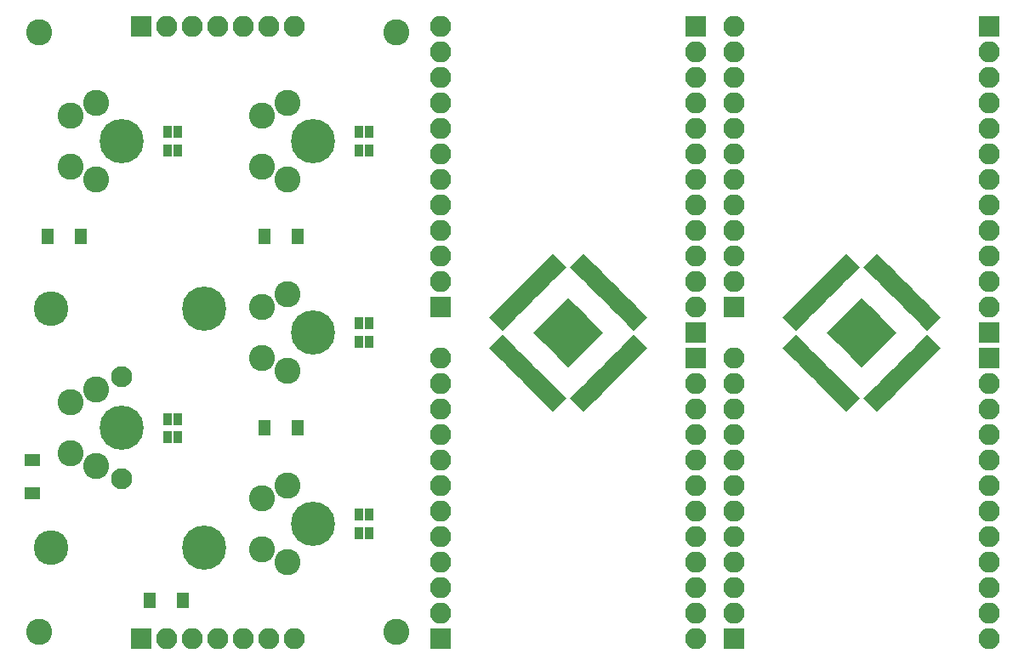
<source format=gbr>
G04 #@! TF.GenerationSoftware,KiCad,Pcbnew,(5.0.0-rc2-dev-471-ge4feb315d)*
G04 #@! TF.CreationDate,2018-05-05T14:20:45+01:00*
G04 #@! TF.ProjectId,panel,70616E656C2E6B696361645F70636200,rev?*
G04 #@! TF.SameCoordinates,Original*
G04 #@! TF.FileFunction,Soldermask,Top*
G04 #@! TF.FilePolarity,Negative*
%FSLAX46Y46*%
G04 Gerber Fmt 4.6, Leading zero omitted, Abs format (unit mm)*
G04 Created by KiCad (PCBNEW (5.0.0-rc2-dev-471-ge4feb315d)) date Sat May  5 14:20:45 2018*
%MOMM*%
%LPD*%
G01*
G04 APERTURE LIST*
%ADD10O,2.100000X2.100000*%
%ADD11R,2.100000X2.100000*%
%ADD12C,0.950000*%
%ADD13C,0.100000*%
%ADD14C,1.525000*%
%ADD15C,2.600000*%
%ADD16R,0.900000X1.250000*%
%ADD17C,3.450000*%
%ADD18C,4.400000*%
%ADD19C,2.100000*%
%ADD20R,1.600000X1.300000*%
%ADD21R,1.300000X1.600000*%
G04 APERTURE END LIST*
D10*
X171450000Y-149860000D03*
X171450000Y-147320000D03*
X171450000Y-144780000D03*
X171450000Y-142240000D03*
X171450000Y-139700000D03*
X171450000Y-137160000D03*
X171450000Y-134620000D03*
X171450000Y-132080000D03*
X171450000Y-129540000D03*
X171450000Y-127000000D03*
X171450000Y-124460000D03*
D11*
X171450000Y-121920000D03*
D10*
X146050000Y-88900000D03*
X146050000Y-91440000D03*
X146050000Y-93980000D03*
X146050000Y-96520000D03*
X146050000Y-99060000D03*
X146050000Y-101600000D03*
X146050000Y-104140000D03*
X146050000Y-106680000D03*
X146050000Y-109220000D03*
X146050000Y-111760000D03*
X146050000Y-114300000D03*
D11*
X146050000Y-116840000D03*
X171450000Y-88900000D03*
D10*
X171450000Y-91440000D03*
X171450000Y-93980000D03*
X171450000Y-96520000D03*
X171450000Y-99060000D03*
X171450000Y-101600000D03*
X171450000Y-104140000D03*
X171450000Y-106680000D03*
X171450000Y-109220000D03*
X171450000Y-111760000D03*
X171450000Y-114300000D03*
X171450000Y-116840000D03*
D11*
X171450000Y-119380000D03*
D12*
X157547918Y-112521064D03*
D13*
G36*
X156540291Y-112185188D02*
X157212042Y-111513437D01*
X158555545Y-112856940D01*
X157883794Y-113528691D01*
X156540291Y-112185188D01*
X156540291Y-112185188D01*
G37*
D12*
X156982233Y-113086750D03*
D13*
G36*
X155974606Y-112750874D02*
X156646357Y-112079123D01*
X157989860Y-113422626D01*
X157318109Y-114094377D01*
X155974606Y-112750874D01*
X155974606Y-112750874D01*
G37*
D12*
X156416548Y-113652435D03*
D13*
G36*
X155408921Y-113316559D02*
X156080672Y-112644808D01*
X157424175Y-113988311D01*
X156752424Y-114660062D01*
X155408921Y-113316559D01*
X155408921Y-113316559D01*
G37*
D12*
X155850862Y-114218120D03*
D13*
G36*
X154843235Y-113882244D02*
X155514986Y-113210493D01*
X156858489Y-114553996D01*
X156186738Y-115225747D01*
X154843235Y-113882244D01*
X154843235Y-113882244D01*
G37*
D12*
X155285177Y-114783806D03*
D13*
G36*
X154277550Y-114447930D02*
X154949301Y-113776179D01*
X156292804Y-115119682D01*
X155621053Y-115791433D01*
X154277550Y-114447930D01*
X154277550Y-114447930D01*
G37*
D12*
X154719491Y-115349491D03*
D13*
G36*
X153711864Y-115013615D02*
X154383615Y-114341864D01*
X155727118Y-115685367D01*
X155055367Y-116357118D01*
X153711864Y-115013615D01*
X153711864Y-115013615D01*
G37*
D12*
X154153806Y-115915177D03*
D13*
G36*
X153146179Y-115579301D02*
X153817930Y-114907550D01*
X155161433Y-116251053D01*
X154489682Y-116922804D01*
X153146179Y-115579301D01*
X153146179Y-115579301D01*
G37*
D12*
X153588120Y-116480862D03*
D13*
G36*
X152580493Y-116144986D02*
X153252244Y-115473235D01*
X154595747Y-116816738D01*
X153923996Y-117488489D01*
X152580493Y-116144986D01*
X152580493Y-116144986D01*
G37*
D12*
X153022435Y-117046548D03*
D13*
G36*
X152014808Y-116710672D02*
X152686559Y-116038921D01*
X154030062Y-117382424D01*
X153358311Y-118054175D01*
X152014808Y-116710672D01*
X152014808Y-116710672D01*
G37*
D12*
X152456750Y-117612233D03*
D13*
G36*
X151449123Y-117276357D02*
X152120874Y-116604606D01*
X153464377Y-117948109D01*
X152792626Y-118619860D01*
X151449123Y-117276357D01*
X151449123Y-117276357D01*
G37*
D12*
X151891064Y-118177918D03*
D13*
G36*
X150883437Y-117842042D02*
X151555188Y-117170291D01*
X152898691Y-118513794D01*
X152226940Y-119185545D01*
X150883437Y-117842042D01*
X150883437Y-117842042D01*
G37*
D12*
X151891064Y-120582082D03*
D13*
G36*
X151555188Y-121589709D02*
X150883437Y-120917958D01*
X152226940Y-119574455D01*
X152898691Y-120246206D01*
X151555188Y-121589709D01*
X151555188Y-121589709D01*
G37*
D12*
X152456750Y-121147767D03*
D13*
G36*
X152120874Y-122155394D02*
X151449123Y-121483643D01*
X152792626Y-120140140D01*
X153464377Y-120811891D01*
X152120874Y-122155394D01*
X152120874Y-122155394D01*
G37*
D12*
X153022435Y-121713452D03*
D13*
G36*
X152686559Y-122721079D02*
X152014808Y-122049328D01*
X153358311Y-120705825D01*
X154030062Y-121377576D01*
X152686559Y-122721079D01*
X152686559Y-122721079D01*
G37*
D12*
X153588120Y-122279138D03*
D13*
G36*
X153252244Y-123286765D02*
X152580493Y-122615014D01*
X153923996Y-121271511D01*
X154595747Y-121943262D01*
X153252244Y-123286765D01*
X153252244Y-123286765D01*
G37*
D12*
X154153806Y-122844823D03*
D13*
G36*
X153817930Y-123852450D02*
X153146179Y-123180699D01*
X154489682Y-121837196D01*
X155161433Y-122508947D01*
X153817930Y-123852450D01*
X153817930Y-123852450D01*
G37*
D12*
X154719491Y-123410509D03*
D13*
G36*
X154383615Y-124418136D02*
X153711864Y-123746385D01*
X155055367Y-122402882D01*
X155727118Y-123074633D01*
X154383615Y-124418136D01*
X154383615Y-124418136D01*
G37*
D12*
X155285177Y-123976194D03*
D13*
G36*
X154949301Y-124983821D02*
X154277550Y-124312070D01*
X155621053Y-122968567D01*
X156292804Y-123640318D01*
X154949301Y-124983821D01*
X154949301Y-124983821D01*
G37*
D12*
X155850862Y-124541880D03*
D13*
G36*
X155514986Y-125549507D02*
X154843235Y-124877756D01*
X156186738Y-123534253D01*
X156858489Y-124206004D01*
X155514986Y-125549507D01*
X155514986Y-125549507D01*
G37*
D12*
X156416548Y-125107565D03*
D13*
G36*
X156080672Y-126115192D02*
X155408921Y-125443441D01*
X156752424Y-124099938D01*
X157424175Y-124771689D01*
X156080672Y-126115192D01*
X156080672Y-126115192D01*
G37*
D12*
X156982233Y-125673250D03*
D13*
G36*
X156646357Y-126680877D02*
X155974606Y-126009126D01*
X157318109Y-124665623D01*
X157989860Y-125337374D01*
X156646357Y-126680877D01*
X156646357Y-126680877D01*
G37*
D12*
X157547918Y-126238936D03*
D13*
G36*
X157212042Y-127246563D02*
X156540291Y-126574812D01*
X157883794Y-125231309D01*
X158555545Y-125903060D01*
X157212042Y-127246563D01*
X157212042Y-127246563D01*
G37*
D12*
X159952082Y-126238936D03*
D13*
G36*
X158944455Y-125903060D02*
X159616206Y-125231309D01*
X160959709Y-126574812D01*
X160287958Y-127246563D01*
X158944455Y-125903060D01*
X158944455Y-125903060D01*
G37*
D12*
X160517767Y-125673250D03*
D13*
G36*
X159510140Y-125337374D02*
X160181891Y-124665623D01*
X161525394Y-126009126D01*
X160853643Y-126680877D01*
X159510140Y-125337374D01*
X159510140Y-125337374D01*
G37*
D12*
X161083452Y-125107565D03*
D13*
G36*
X160075825Y-124771689D02*
X160747576Y-124099938D01*
X162091079Y-125443441D01*
X161419328Y-126115192D01*
X160075825Y-124771689D01*
X160075825Y-124771689D01*
G37*
D12*
X161649138Y-124541880D03*
D13*
G36*
X160641511Y-124206004D02*
X161313262Y-123534253D01*
X162656765Y-124877756D01*
X161985014Y-125549507D01*
X160641511Y-124206004D01*
X160641511Y-124206004D01*
G37*
D12*
X162214823Y-123976194D03*
D13*
G36*
X161207196Y-123640318D02*
X161878947Y-122968567D01*
X163222450Y-124312070D01*
X162550699Y-124983821D01*
X161207196Y-123640318D01*
X161207196Y-123640318D01*
G37*
D12*
X162780509Y-123410509D03*
D13*
G36*
X161772882Y-123074633D02*
X162444633Y-122402882D01*
X163788136Y-123746385D01*
X163116385Y-124418136D01*
X161772882Y-123074633D01*
X161772882Y-123074633D01*
G37*
D12*
X163346194Y-122844823D03*
D13*
G36*
X162338567Y-122508947D02*
X163010318Y-121837196D01*
X164353821Y-123180699D01*
X163682070Y-123852450D01*
X162338567Y-122508947D01*
X162338567Y-122508947D01*
G37*
D12*
X163911880Y-122279138D03*
D13*
G36*
X162904253Y-121943262D02*
X163576004Y-121271511D01*
X164919507Y-122615014D01*
X164247756Y-123286765D01*
X162904253Y-121943262D01*
X162904253Y-121943262D01*
G37*
D12*
X164477565Y-121713452D03*
D13*
G36*
X163469938Y-121377576D02*
X164141689Y-120705825D01*
X165485192Y-122049328D01*
X164813441Y-122721079D01*
X163469938Y-121377576D01*
X163469938Y-121377576D01*
G37*
D12*
X165043250Y-121147767D03*
D13*
G36*
X164035623Y-120811891D02*
X164707374Y-120140140D01*
X166050877Y-121483643D01*
X165379126Y-122155394D01*
X164035623Y-120811891D01*
X164035623Y-120811891D01*
G37*
D12*
X165608936Y-120582082D03*
D13*
G36*
X164601309Y-120246206D02*
X165273060Y-119574455D01*
X166616563Y-120917958D01*
X165944812Y-121589709D01*
X164601309Y-120246206D01*
X164601309Y-120246206D01*
G37*
D12*
X165608936Y-118177918D03*
D13*
G36*
X165273060Y-119185545D02*
X164601309Y-118513794D01*
X165944812Y-117170291D01*
X166616563Y-117842042D01*
X165273060Y-119185545D01*
X165273060Y-119185545D01*
G37*
D12*
X165043250Y-117612233D03*
D13*
G36*
X164707374Y-118619860D02*
X164035623Y-117948109D01*
X165379126Y-116604606D01*
X166050877Y-117276357D01*
X164707374Y-118619860D01*
X164707374Y-118619860D01*
G37*
D12*
X164477565Y-117046548D03*
D13*
G36*
X164141689Y-118054175D02*
X163469938Y-117382424D01*
X164813441Y-116038921D01*
X165485192Y-116710672D01*
X164141689Y-118054175D01*
X164141689Y-118054175D01*
G37*
D12*
X163911880Y-116480862D03*
D13*
G36*
X163576004Y-117488489D02*
X162904253Y-116816738D01*
X164247756Y-115473235D01*
X164919507Y-116144986D01*
X163576004Y-117488489D01*
X163576004Y-117488489D01*
G37*
D12*
X163346194Y-115915177D03*
D13*
G36*
X163010318Y-116922804D02*
X162338567Y-116251053D01*
X163682070Y-114907550D01*
X164353821Y-115579301D01*
X163010318Y-116922804D01*
X163010318Y-116922804D01*
G37*
D12*
X162780509Y-115349491D03*
D13*
G36*
X162444633Y-116357118D02*
X161772882Y-115685367D01*
X163116385Y-114341864D01*
X163788136Y-115013615D01*
X162444633Y-116357118D01*
X162444633Y-116357118D01*
G37*
D12*
X162214823Y-114783806D03*
D13*
G36*
X161878947Y-115791433D02*
X161207196Y-115119682D01*
X162550699Y-113776179D01*
X163222450Y-114447930D01*
X161878947Y-115791433D01*
X161878947Y-115791433D01*
G37*
D12*
X161649138Y-114218120D03*
D13*
G36*
X161313262Y-115225747D02*
X160641511Y-114553996D01*
X161985014Y-113210493D01*
X162656765Y-113882244D01*
X161313262Y-115225747D01*
X161313262Y-115225747D01*
G37*
D12*
X161083452Y-113652435D03*
D13*
G36*
X160747576Y-114660062D02*
X160075825Y-113988311D01*
X161419328Y-112644808D01*
X162091079Y-113316559D01*
X160747576Y-114660062D01*
X160747576Y-114660062D01*
G37*
D12*
X160517767Y-113086750D03*
D13*
G36*
X160181891Y-114094377D02*
X159510140Y-113422626D01*
X160853643Y-112079123D01*
X161525394Y-112750874D01*
X160181891Y-114094377D01*
X160181891Y-114094377D01*
G37*
D12*
X159952082Y-112521064D03*
D13*
G36*
X159616206Y-113528691D02*
X158944455Y-112856940D01*
X160287958Y-111513437D01*
X160959709Y-112185188D01*
X159616206Y-113528691D01*
X159616206Y-113528691D01*
G37*
D14*
X158750000Y-121766485D03*
D13*
G36*
X157671662Y-121766485D02*
X158750000Y-120688147D01*
X159828338Y-121766485D01*
X158750000Y-122844823D01*
X157671662Y-121766485D01*
X157671662Y-121766485D01*
G37*
D14*
X159545495Y-120970990D03*
D13*
G36*
X158467157Y-120970990D02*
X159545495Y-119892652D01*
X160623833Y-120970990D01*
X159545495Y-122049328D01*
X158467157Y-120970990D01*
X158467157Y-120970990D01*
G37*
D14*
X160340990Y-120175495D03*
D13*
G36*
X159262652Y-120175495D02*
X160340990Y-119097157D01*
X161419328Y-120175495D01*
X160340990Y-121253833D01*
X159262652Y-120175495D01*
X159262652Y-120175495D01*
G37*
D14*
X161136485Y-119380000D03*
D13*
G36*
X160058147Y-119380000D02*
X161136485Y-118301662D01*
X162214823Y-119380000D01*
X161136485Y-120458338D01*
X160058147Y-119380000D01*
X160058147Y-119380000D01*
G37*
D14*
X157954505Y-120970990D03*
D13*
G36*
X156876167Y-120970990D02*
X157954505Y-119892652D01*
X159032843Y-120970990D01*
X157954505Y-122049328D01*
X156876167Y-120970990D01*
X156876167Y-120970990D01*
G37*
D14*
X158750000Y-120175495D03*
D13*
G36*
X157671662Y-120175495D02*
X158750000Y-119097157D01*
X159828338Y-120175495D01*
X158750000Y-121253833D01*
X157671662Y-120175495D01*
X157671662Y-120175495D01*
G37*
D14*
X159545495Y-119380000D03*
D13*
G36*
X158467157Y-119380000D02*
X159545495Y-118301662D01*
X160623833Y-119380000D01*
X159545495Y-120458338D01*
X158467157Y-119380000D01*
X158467157Y-119380000D01*
G37*
D14*
X160340990Y-118584505D03*
D13*
G36*
X159262652Y-118584505D02*
X160340990Y-117506167D01*
X161419328Y-118584505D01*
X160340990Y-119662843D01*
X159262652Y-118584505D01*
X159262652Y-118584505D01*
G37*
D14*
X157159010Y-120175495D03*
D13*
G36*
X156080672Y-120175495D02*
X157159010Y-119097157D01*
X158237348Y-120175495D01*
X157159010Y-121253833D01*
X156080672Y-120175495D01*
X156080672Y-120175495D01*
G37*
D14*
X157954505Y-119380000D03*
D13*
G36*
X156876167Y-119380000D02*
X157954505Y-118301662D01*
X159032843Y-119380000D01*
X157954505Y-120458338D01*
X156876167Y-119380000D01*
X156876167Y-119380000D01*
G37*
D14*
X158750000Y-118584505D03*
D13*
G36*
X157671662Y-118584505D02*
X158750000Y-117506167D01*
X159828338Y-118584505D01*
X158750000Y-119662843D01*
X157671662Y-118584505D01*
X157671662Y-118584505D01*
G37*
D14*
X159545495Y-117789010D03*
D13*
G36*
X158467157Y-117789010D02*
X159545495Y-116710672D01*
X160623833Y-117789010D01*
X159545495Y-118867348D01*
X158467157Y-117789010D01*
X158467157Y-117789010D01*
G37*
D14*
X156363515Y-119380000D03*
D13*
G36*
X155285177Y-119380000D02*
X156363515Y-118301662D01*
X157441853Y-119380000D01*
X156363515Y-120458338D01*
X155285177Y-119380000D01*
X155285177Y-119380000D01*
G37*
D14*
X157159010Y-118584505D03*
D13*
G36*
X156080672Y-118584505D02*
X157159010Y-117506167D01*
X158237348Y-118584505D01*
X157159010Y-119662843D01*
X156080672Y-118584505D01*
X156080672Y-118584505D01*
G37*
D14*
X157954505Y-117789010D03*
D13*
G36*
X156876167Y-117789010D02*
X157954505Y-116710672D01*
X159032843Y-117789010D01*
X157954505Y-118867348D01*
X156876167Y-117789010D01*
X156876167Y-117789010D01*
G37*
D14*
X158750000Y-116993515D03*
D13*
G36*
X157671662Y-116993515D02*
X158750000Y-115915177D01*
X159828338Y-116993515D01*
X158750000Y-118071853D01*
X157671662Y-116993515D01*
X157671662Y-116993515D01*
G37*
D11*
X146050000Y-149860000D03*
D10*
X146050000Y-147320000D03*
X146050000Y-144780000D03*
X146050000Y-142240000D03*
X146050000Y-139700000D03*
X146050000Y-137160000D03*
X146050000Y-134620000D03*
X146050000Y-132080000D03*
X146050000Y-129540000D03*
X146050000Y-127000000D03*
X146050000Y-124460000D03*
X146050000Y-121920000D03*
X116840000Y-121920000D03*
X116840000Y-124460000D03*
X116840000Y-127000000D03*
X116840000Y-129540000D03*
X116840000Y-132080000D03*
X116840000Y-134620000D03*
X116840000Y-137160000D03*
X116840000Y-139700000D03*
X116840000Y-142240000D03*
X116840000Y-144780000D03*
X116840000Y-147320000D03*
D11*
X116840000Y-149860000D03*
X116840000Y-116840000D03*
D10*
X116840000Y-114300000D03*
X116840000Y-111760000D03*
X116840000Y-109220000D03*
X116840000Y-106680000D03*
X116840000Y-104140000D03*
X116840000Y-101600000D03*
X116840000Y-99060000D03*
X116840000Y-96520000D03*
X116840000Y-93980000D03*
X116840000Y-91440000D03*
X116840000Y-88900000D03*
D11*
X142240000Y-121920000D03*
D10*
X142240000Y-124460000D03*
X142240000Y-127000000D03*
X142240000Y-129540000D03*
X142240000Y-132080000D03*
X142240000Y-134620000D03*
X142240000Y-137160000D03*
X142240000Y-139700000D03*
X142240000Y-142240000D03*
X142240000Y-144780000D03*
X142240000Y-147320000D03*
X142240000Y-149860000D03*
X142240000Y-116840000D03*
X142240000Y-114300000D03*
X142240000Y-111760000D03*
X142240000Y-109220000D03*
X142240000Y-106680000D03*
X142240000Y-104140000D03*
X142240000Y-101600000D03*
X142240000Y-99060000D03*
X142240000Y-96520000D03*
X142240000Y-93980000D03*
X142240000Y-91440000D03*
D11*
X142240000Y-88900000D03*
D14*
X129540000Y-116993515D03*
D13*
G36*
X128461662Y-116993515D02*
X129540000Y-115915177D01*
X130618338Y-116993515D01*
X129540000Y-118071853D01*
X128461662Y-116993515D01*
X128461662Y-116993515D01*
G37*
D14*
X128744505Y-117789010D03*
D13*
G36*
X127666167Y-117789010D02*
X128744505Y-116710672D01*
X129822843Y-117789010D01*
X128744505Y-118867348D01*
X127666167Y-117789010D01*
X127666167Y-117789010D01*
G37*
D14*
X127949010Y-118584505D03*
D13*
G36*
X126870672Y-118584505D02*
X127949010Y-117506167D01*
X129027348Y-118584505D01*
X127949010Y-119662843D01*
X126870672Y-118584505D01*
X126870672Y-118584505D01*
G37*
D14*
X127153515Y-119380000D03*
D13*
G36*
X126075177Y-119380000D02*
X127153515Y-118301662D01*
X128231853Y-119380000D01*
X127153515Y-120458338D01*
X126075177Y-119380000D01*
X126075177Y-119380000D01*
G37*
D14*
X130335495Y-117789010D03*
D13*
G36*
X129257157Y-117789010D02*
X130335495Y-116710672D01*
X131413833Y-117789010D01*
X130335495Y-118867348D01*
X129257157Y-117789010D01*
X129257157Y-117789010D01*
G37*
D14*
X129540000Y-118584505D03*
D13*
G36*
X128461662Y-118584505D02*
X129540000Y-117506167D01*
X130618338Y-118584505D01*
X129540000Y-119662843D01*
X128461662Y-118584505D01*
X128461662Y-118584505D01*
G37*
D14*
X128744505Y-119380000D03*
D13*
G36*
X127666167Y-119380000D02*
X128744505Y-118301662D01*
X129822843Y-119380000D01*
X128744505Y-120458338D01*
X127666167Y-119380000D01*
X127666167Y-119380000D01*
G37*
D14*
X127949010Y-120175495D03*
D13*
G36*
X126870672Y-120175495D02*
X127949010Y-119097157D01*
X129027348Y-120175495D01*
X127949010Y-121253833D01*
X126870672Y-120175495D01*
X126870672Y-120175495D01*
G37*
D14*
X131130990Y-118584505D03*
D13*
G36*
X130052652Y-118584505D02*
X131130990Y-117506167D01*
X132209328Y-118584505D01*
X131130990Y-119662843D01*
X130052652Y-118584505D01*
X130052652Y-118584505D01*
G37*
D14*
X130335495Y-119380000D03*
D13*
G36*
X129257157Y-119380000D02*
X130335495Y-118301662D01*
X131413833Y-119380000D01*
X130335495Y-120458338D01*
X129257157Y-119380000D01*
X129257157Y-119380000D01*
G37*
D14*
X129540000Y-120175495D03*
D13*
G36*
X128461662Y-120175495D02*
X129540000Y-119097157D01*
X130618338Y-120175495D01*
X129540000Y-121253833D01*
X128461662Y-120175495D01*
X128461662Y-120175495D01*
G37*
D14*
X128744505Y-120970990D03*
D13*
G36*
X127666167Y-120970990D02*
X128744505Y-119892652D01*
X129822843Y-120970990D01*
X128744505Y-122049328D01*
X127666167Y-120970990D01*
X127666167Y-120970990D01*
G37*
D14*
X131926485Y-119380000D03*
D13*
G36*
X130848147Y-119380000D02*
X131926485Y-118301662D01*
X133004823Y-119380000D01*
X131926485Y-120458338D01*
X130848147Y-119380000D01*
X130848147Y-119380000D01*
G37*
D14*
X131130990Y-120175495D03*
D13*
G36*
X130052652Y-120175495D02*
X131130990Y-119097157D01*
X132209328Y-120175495D01*
X131130990Y-121253833D01*
X130052652Y-120175495D01*
X130052652Y-120175495D01*
G37*
D14*
X130335495Y-120970990D03*
D13*
G36*
X129257157Y-120970990D02*
X130335495Y-119892652D01*
X131413833Y-120970990D01*
X130335495Y-122049328D01*
X129257157Y-120970990D01*
X129257157Y-120970990D01*
G37*
D14*
X129540000Y-121766485D03*
D13*
G36*
X128461662Y-121766485D02*
X129540000Y-120688147D01*
X130618338Y-121766485D01*
X129540000Y-122844823D01*
X128461662Y-121766485D01*
X128461662Y-121766485D01*
G37*
D12*
X130742082Y-112521064D03*
D13*
G36*
X130406206Y-113528691D02*
X129734455Y-112856940D01*
X131077958Y-111513437D01*
X131749709Y-112185188D01*
X130406206Y-113528691D01*
X130406206Y-113528691D01*
G37*
D12*
X131307767Y-113086750D03*
D13*
G36*
X130971891Y-114094377D02*
X130300140Y-113422626D01*
X131643643Y-112079123D01*
X132315394Y-112750874D01*
X130971891Y-114094377D01*
X130971891Y-114094377D01*
G37*
D12*
X131873452Y-113652435D03*
D13*
G36*
X131537576Y-114660062D02*
X130865825Y-113988311D01*
X132209328Y-112644808D01*
X132881079Y-113316559D01*
X131537576Y-114660062D01*
X131537576Y-114660062D01*
G37*
D12*
X132439138Y-114218120D03*
D13*
G36*
X132103262Y-115225747D02*
X131431511Y-114553996D01*
X132775014Y-113210493D01*
X133446765Y-113882244D01*
X132103262Y-115225747D01*
X132103262Y-115225747D01*
G37*
D12*
X133004823Y-114783806D03*
D13*
G36*
X132668947Y-115791433D02*
X131997196Y-115119682D01*
X133340699Y-113776179D01*
X134012450Y-114447930D01*
X132668947Y-115791433D01*
X132668947Y-115791433D01*
G37*
D12*
X133570509Y-115349491D03*
D13*
G36*
X133234633Y-116357118D02*
X132562882Y-115685367D01*
X133906385Y-114341864D01*
X134578136Y-115013615D01*
X133234633Y-116357118D01*
X133234633Y-116357118D01*
G37*
D12*
X134136194Y-115915177D03*
D13*
G36*
X133800318Y-116922804D02*
X133128567Y-116251053D01*
X134472070Y-114907550D01*
X135143821Y-115579301D01*
X133800318Y-116922804D01*
X133800318Y-116922804D01*
G37*
D12*
X134701880Y-116480862D03*
D13*
G36*
X134366004Y-117488489D02*
X133694253Y-116816738D01*
X135037756Y-115473235D01*
X135709507Y-116144986D01*
X134366004Y-117488489D01*
X134366004Y-117488489D01*
G37*
D12*
X135267565Y-117046548D03*
D13*
G36*
X134931689Y-118054175D02*
X134259938Y-117382424D01*
X135603441Y-116038921D01*
X136275192Y-116710672D01*
X134931689Y-118054175D01*
X134931689Y-118054175D01*
G37*
D12*
X135833250Y-117612233D03*
D13*
G36*
X135497374Y-118619860D02*
X134825623Y-117948109D01*
X136169126Y-116604606D01*
X136840877Y-117276357D01*
X135497374Y-118619860D01*
X135497374Y-118619860D01*
G37*
D12*
X136398936Y-118177918D03*
D13*
G36*
X136063060Y-119185545D02*
X135391309Y-118513794D01*
X136734812Y-117170291D01*
X137406563Y-117842042D01*
X136063060Y-119185545D01*
X136063060Y-119185545D01*
G37*
D12*
X136398936Y-120582082D03*
D13*
G36*
X135391309Y-120246206D02*
X136063060Y-119574455D01*
X137406563Y-120917958D01*
X136734812Y-121589709D01*
X135391309Y-120246206D01*
X135391309Y-120246206D01*
G37*
D12*
X135833250Y-121147767D03*
D13*
G36*
X134825623Y-120811891D02*
X135497374Y-120140140D01*
X136840877Y-121483643D01*
X136169126Y-122155394D01*
X134825623Y-120811891D01*
X134825623Y-120811891D01*
G37*
D12*
X135267565Y-121713452D03*
D13*
G36*
X134259938Y-121377576D02*
X134931689Y-120705825D01*
X136275192Y-122049328D01*
X135603441Y-122721079D01*
X134259938Y-121377576D01*
X134259938Y-121377576D01*
G37*
D12*
X134701880Y-122279138D03*
D13*
G36*
X133694253Y-121943262D02*
X134366004Y-121271511D01*
X135709507Y-122615014D01*
X135037756Y-123286765D01*
X133694253Y-121943262D01*
X133694253Y-121943262D01*
G37*
D12*
X134136194Y-122844823D03*
D13*
G36*
X133128567Y-122508947D02*
X133800318Y-121837196D01*
X135143821Y-123180699D01*
X134472070Y-123852450D01*
X133128567Y-122508947D01*
X133128567Y-122508947D01*
G37*
D12*
X133570509Y-123410509D03*
D13*
G36*
X132562882Y-123074633D02*
X133234633Y-122402882D01*
X134578136Y-123746385D01*
X133906385Y-124418136D01*
X132562882Y-123074633D01*
X132562882Y-123074633D01*
G37*
D12*
X133004823Y-123976194D03*
D13*
G36*
X131997196Y-123640318D02*
X132668947Y-122968567D01*
X134012450Y-124312070D01*
X133340699Y-124983821D01*
X131997196Y-123640318D01*
X131997196Y-123640318D01*
G37*
D12*
X132439138Y-124541880D03*
D13*
G36*
X131431511Y-124206004D02*
X132103262Y-123534253D01*
X133446765Y-124877756D01*
X132775014Y-125549507D01*
X131431511Y-124206004D01*
X131431511Y-124206004D01*
G37*
D12*
X131873452Y-125107565D03*
D13*
G36*
X130865825Y-124771689D02*
X131537576Y-124099938D01*
X132881079Y-125443441D01*
X132209328Y-126115192D01*
X130865825Y-124771689D01*
X130865825Y-124771689D01*
G37*
D12*
X131307767Y-125673250D03*
D13*
G36*
X130300140Y-125337374D02*
X130971891Y-124665623D01*
X132315394Y-126009126D01*
X131643643Y-126680877D01*
X130300140Y-125337374D01*
X130300140Y-125337374D01*
G37*
D12*
X130742082Y-126238936D03*
D13*
G36*
X129734455Y-125903060D02*
X130406206Y-125231309D01*
X131749709Y-126574812D01*
X131077958Y-127246563D01*
X129734455Y-125903060D01*
X129734455Y-125903060D01*
G37*
D12*
X128337918Y-126238936D03*
D13*
G36*
X128002042Y-127246563D02*
X127330291Y-126574812D01*
X128673794Y-125231309D01*
X129345545Y-125903060D01*
X128002042Y-127246563D01*
X128002042Y-127246563D01*
G37*
D12*
X127772233Y-125673250D03*
D13*
G36*
X127436357Y-126680877D02*
X126764606Y-126009126D01*
X128108109Y-124665623D01*
X128779860Y-125337374D01*
X127436357Y-126680877D01*
X127436357Y-126680877D01*
G37*
D12*
X127206548Y-125107565D03*
D13*
G36*
X126870672Y-126115192D02*
X126198921Y-125443441D01*
X127542424Y-124099938D01*
X128214175Y-124771689D01*
X126870672Y-126115192D01*
X126870672Y-126115192D01*
G37*
D12*
X126640862Y-124541880D03*
D13*
G36*
X126304986Y-125549507D02*
X125633235Y-124877756D01*
X126976738Y-123534253D01*
X127648489Y-124206004D01*
X126304986Y-125549507D01*
X126304986Y-125549507D01*
G37*
D12*
X126075177Y-123976194D03*
D13*
G36*
X125739301Y-124983821D02*
X125067550Y-124312070D01*
X126411053Y-122968567D01*
X127082804Y-123640318D01*
X125739301Y-124983821D01*
X125739301Y-124983821D01*
G37*
D12*
X125509491Y-123410509D03*
D13*
G36*
X125173615Y-124418136D02*
X124501864Y-123746385D01*
X125845367Y-122402882D01*
X126517118Y-123074633D01*
X125173615Y-124418136D01*
X125173615Y-124418136D01*
G37*
D12*
X124943806Y-122844823D03*
D13*
G36*
X124607930Y-123852450D02*
X123936179Y-123180699D01*
X125279682Y-121837196D01*
X125951433Y-122508947D01*
X124607930Y-123852450D01*
X124607930Y-123852450D01*
G37*
D12*
X124378120Y-122279138D03*
D13*
G36*
X124042244Y-123286765D02*
X123370493Y-122615014D01*
X124713996Y-121271511D01*
X125385747Y-121943262D01*
X124042244Y-123286765D01*
X124042244Y-123286765D01*
G37*
D12*
X123812435Y-121713452D03*
D13*
G36*
X123476559Y-122721079D02*
X122804808Y-122049328D01*
X124148311Y-120705825D01*
X124820062Y-121377576D01*
X123476559Y-122721079D01*
X123476559Y-122721079D01*
G37*
D12*
X123246750Y-121147767D03*
D13*
G36*
X122910874Y-122155394D02*
X122239123Y-121483643D01*
X123582626Y-120140140D01*
X124254377Y-120811891D01*
X122910874Y-122155394D01*
X122910874Y-122155394D01*
G37*
D12*
X122681064Y-120582082D03*
D13*
G36*
X122345188Y-121589709D02*
X121673437Y-120917958D01*
X123016940Y-119574455D01*
X123688691Y-120246206D01*
X122345188Y-121589709D01*
X122345188Y-121589709D01*
G37*
D12*
X122681064Y-118177918D03*
D13*
G36*
X121673437Y-117842042D02*
X122345188Y-117170291D01*
X123688691Y-118513794D01*
X123016940Y-119185545D01*
X121673437Y-117842042D01*
X121673437Y-117842042D01*
G37*
D12*
X123246750Y-117612233D03*
D13*
G36*
X122239123Y-117276357D02*
X122910874Y-116604606D01*
X124254377Y-117948109D01*
X123582626Y-118619860D01*
X122239123Y-117276357D01*
X122239123Y-117276357D01*
G37*
D12*
X123812435Y-117046548D03*
D13*
G36*
X122804808Y-116710672D02*
X123476559Y-116038921D01*
X124820062Y-117382424D01*
X124148311Y-118054175D01*
X122804808Y-116710672D01*
X122804808Y-116710672D01*
G37*
D12*
X124378120Y-116480862D03*
D13*
G36*
X123370493Y-116144986D02*
X124042244Y-115473235D01*
X125385747Y-116816738D01*
X124713996Y-117488489D01*
X123370493Y-116144986D01*
X123370493Y-116144986D01*
G37*
D12*
X124943806Y-115915177D03*
D13*
G36*
X123936179Y-115579301D02*
X124607930Y-114907550D01*
X125951433Y-116251053D01*
X125279682Y-116922804D01*
X123936179Y-115579301D01*
X123936179Y-115579301D01*
G37*
D12*
X125509491Y-115349491D03*
D13*
G36*
X124501864Y-115013615D02*
X125173615Y-114341864D01*
X126517118Y-115685367D01*
X125845367Y-116357118D01*
X124501864Y-115013615D01*
X124501864Y-115013615D01*
G37*
D12*
X126075177Y-114783806D03*
D13*
G36*
X125067550Y-114447930D02*
X125739301Y-113776179D01*
X127082804Y-115119682D01*
X126411053Y-115791433D01*
X125067550Y-114447930D01*
X125067550Y-114447930D01*
G37*
D12*
X126640862Y-114218120D03*
D13*
G36*
X125633235Y-113882244D02*
X126304986Y-113210493D01*
X127648489Y-114553996D01*
X126976738Y-115225747D01*
X125633235Y-113882244D01*
X125633235Y-113882244D01*
G37*
D12*
X127206548Y-113652435D03*
D13*
G36*
X126198921Y-113316559D02*
X126870672Y-112644808D01*
X128214175Y-113988311D01*
X127542424Y-114660062D01*
X126198921Y-113316559D01*
X126198921Y-113316559D01*
G37*
D12*
X127772233Y-113086750D03*
D13*
G36*
X126764606Y-112750874D02*
X127436357Y-112079123D01*
X128779860Y-113422626D01*
X128108109Y-114094377D01*
X126764606Y-112750874D01*
X126764606Y-112750874D01*
G37*
D12*
X128337918Y-112521064D03*
D13*
G36*
X127330291Y-112185188D02*
X128002042Y-111513437D01*
X129345545Y-112856940D01*
X128673794Y-113528691D01*
X127330291Y-112185188D01*
X127330291Y-112185188D01*
G37*
D11*
X142240000Y-119380000D03*
D15*
X112395000Y-149225000D03*
X76835000Y-149225000D03*
X76835000Y-89535000D03*
D16*
X89670000Y-129805000D03*
X90670000Y-129805000D03*
X90670000Y-128005000D03*
X89670000Y-128005000D03*
X108720000Y-137530000D03*
X109720000Y-137530000D03*
X109720000Y-139330000D03*
X108720000Y-139330000D03*
X108720000Y-120280000D03*
X109720000Y-120280000D03*
X109720000Y-118480000D03*
X108720000Y-118480000D03*
X89670000Y-99430000D03*
X90670000Y-99430000D03*
X90670000Y-101230000D03*
X89670000Y-101230000D03*
X108720000Y-101230000D03*
X109720000Y-101230000D03*
X109720000Y-99430000D03*
X108720000Y-99430000D03*
D11*
X86995000Y-149860000D03*
D10*
X89535000Y-149860000D03*
X92075000Y-149860000D03*
X94615000Y-149860000D03*
X97155000Y-149860000D03*
X99695000Y-149860000D03*
X102235000Y-149860000D03*
X102235000Y-88900000D03*
X99695000Y-88900000D03*
X97155000Y-88900000D03*
X94615000Y-88900000D03*
X92075000Y-88900000D03*
X89535000Y-88900000D03*
D11*
X86995000Y-88900000D03*
D17*
X78090000Y-117005000D03*
X78090000Y-140805000D03*
D18*
X93330000Y-140805000D03*
X93330000Y-117005000D03*
D19*
X85090000Y-123825000D03*
X85090000Y-133985000D03*
D18*
X85090000Y-128905000D03*
D15*
X82550000Y-132715000D03*
X80010000Y-126365000D03*
D18*
X104140000Y-138430000D03*
D15*
X101600000Y-142240000D03*
X99060000Y-135890000D03*
X99060000Y-140970000D03*
X101600000Y-134620000D03*
D18*
X104140000Y-138430000D03*
D15*
X80010000Y-131445000D03*
X82550000Y-125095000D03*
D18*
X85090000Y-128905000D03*
D19*
X85090000Y-123825000D03*
X85090000Y-133985000D03*
D18*
X93330000Y-140805000D03*
X93330000Y-117005000D03*
D17*
X78090000Y-117005000D03*
X78090000Y-140805000D03*
D18*
X104140000Y-119380000D03*
D15*
X101600000Y-115570000D03*
X99060000Y-121920000D03*
X99060000Y-116840000D03*
X101600000Y-123190000D03*
D18*
X104140000Y-119380000D03*
X85090000Y-100330000D03*
D15*
X82550000Y-104140000D03*
X80010000Y-97790000D03*
D18*
X104140000Y-100330000D03*
D15*
X101600000Y-104140000D03*
X99060000Y-97790000D03*
X99060000Y-102870000D03*
X101600000Y-96520000D03*
D18*
X104140000Y-100330000D03*
D15*
X80010000Y-102870000D03*
X82550000Y-96520000D03*
D18*
X85090000Y-100330000D03*
D20*
X76200000Y-135415000D03*
X76200000Y-132115000D03*
D21*
X87885000Y-146050000D03*
X91185000Y-146050000D03*
X102615000Y-128905000D03*
X99315000Y-128905000D03*
X99315000Y-109855000D03*
X102615000Y-109855000D03*
X81025000Y-109855000D03*
X77725000Y-109855000D03*
D15*
X112395000Y-89535000D03*
M02*

</source>
